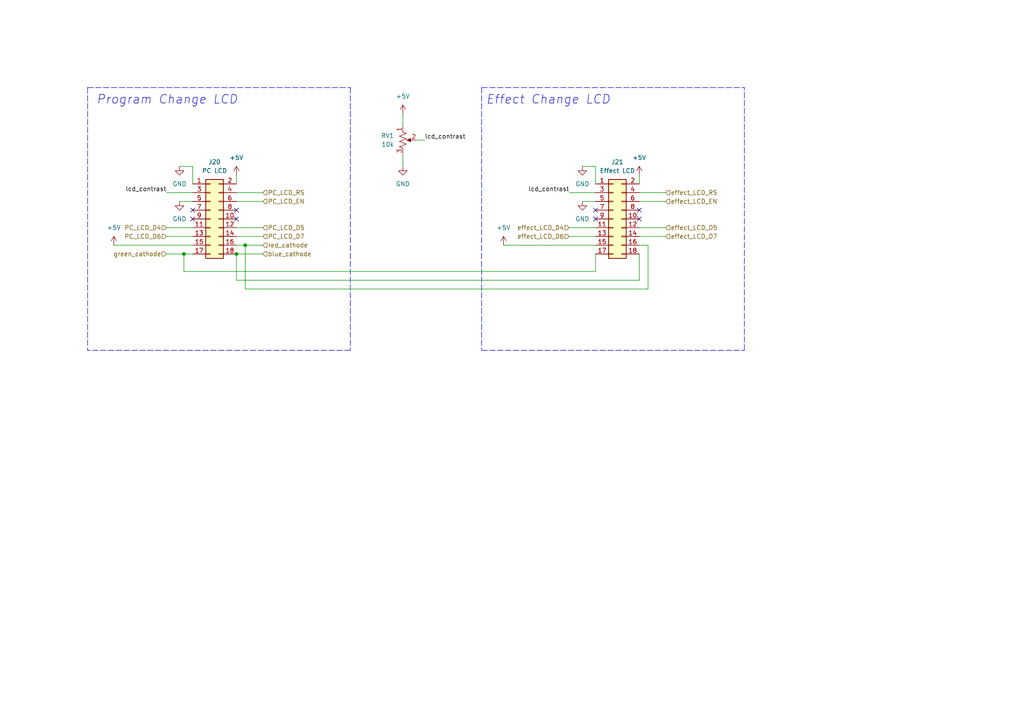
<source format=kicad_sch>
(kicad_sch (version 20211123) (generator eeschema)
  (paper "A4")
  (lib_symbols
    (symbol "Connector_Generic:Conn_02x09_Odd_Even" (pin_names (offset 1.016) hide)
      (property "Reference" "J" (at 1.27 12.7 0))
      (property "Value" "Conn_02x09_Odd_Even" (at 1.27 -12.7 0))
      (symbol "Conn_02x09_Odd_Even_1_1"
        (rectangle (start -1.27 -10.033) (end 0 -10.287) (stroke (width 0.1524)))
        (rectangle (start -1.27 -7.493) (end 0 -7.747) (stroke (width 0.1524)))
        (rectangle (start -1.27 -4.953) (end 0 -5.207) (stroke (width 0.1524)))
        (rectangle (start -1.27 -2.413) (end 0 -2.667) (stroke (width 0.1524)))
        (rectangle (start -1.27 0.127) (end 0 -0.127) (stroke (width 0.1524)))
        (rectangle (start -1.27 2.667) (end 0 2.413) (stroke (width 0.1524)))
        (rectangle (start -1.27 5.207) (end 0 4.953) (stroke (width 0.1524)))
        (rectangle (start -1.27 7.747) (end 0 7.493) (stroke (width 0.1524)))
        (rectangle (start -1.27 10.287) (end 0 10.033) (stroke (width 0.1524)))
        (rectangle (start -1.27 11.43) (end 3.81 -11.43) (stroke (width 0.254)) (fill (type background)))
        (rectangle (start 3.81 -10.033) (end 2.54 -10.287) (stroke (width 0.1524)))
        (rectangle (start 3.81 -7.493) (end 2.54 -7.747) (stroke (width 0.1524)))
        (rectangle (start 3.81 -4.953) (end 2.54 -5.207) (stroke (width 0.1524)))
        (rectangle (start 3.81 -2.413) (end 2.54 -2.667) (stroke (width 0.1524)))
        (rectangle (start 3.81 0.127) (end 2.54 -0.127) (stroke (width 0.1524)))
        (rectangle (start 3.81 2.667) (end 2.54 2.413) (stroke (width 0.1524)))
        (rectangle (start 3.81 5.207) (end 2.54 4.953) (stroke (width 0.1524)))
        (rectangle (start 3.81 7.747) (end 2.54 7.493) (stroke (width 0.1524)))
        (rectangle (start 3.81 10.287) (end 2.54 10.033) (stroke (width 0.1524)))
        (pin passive line (at -5.08 10.16 0) (length 3.81) (name "Pin_1") (number "1"))
        (pin passive line (at 7.62 0 180) (length 3.81) (name "Pin_10") (number "10"))
        (pin passive line (at -5.08 -2.54 0) (length 3.81) (name "Pin_11") (number "11"))
        (pin passive line (at 7.62 -2.54 180) (length 3.81) (name "Pin_12") (number "12"))
        (pin passive line (at -5.08 -5.08 0) (length 3.81) (name "Pin_13") (number "13"))
        (pin passive line (at 7.62 -5.08 180) (length 3.81) (name "Pin_14") (number "14"))
        (pin passive line (at -5.08 -7.62 0) (length 3.81) (name "Pin_15") (number "15"))
        (pin passive line (at 7.62 -7.62 180) (length 3.81) (name "Pin_16") (number "16"))
        (pin passive line (at -5.08 -10.16 0) (length 3.81) (name "Pin_17") (number "17"))
        (pin passive line (at 7.62 -10.16 180) (length 3.81) (name "Pin_18") (number "18"))
        (pin passive line (at 7.62 10.16 180) (length 3.81) (name "Pin_2") (number "2"))
        (pin passive line (at -5.08 7.62 0) (length 3.81) (name "Pin_3") (number "3"))
        (pin passive line (at 7.62 7.62 180) (length 3.81) (name "Pin_4") (number "4"))
        (pin passive line (at -5.08 5.08 0) (length 3.81) (name "Pin_5") (number "5"))
        (pin passive line (at 7.62 5.08 180) (length 3.81) (name "Pin_6") (number "6"))
        (pin passive line (at -5.08 2.54 0) (length 3.81) (name "Pin_7") (number "7"))
        (pin passive line (at 7.62 2.54 180) (length 3.81) (name "Pin_8") (number "8"))
        (pin passive line (at -5.08 0 0) (length 3.81) (name "Pin_9") (number "9"))
      )
    )
    (symbol "Device:R_Potentiometer_US" (pin_names (offset 1.016) hide)
      (property "Reference" "RV" (at -4.445 0 90))
      (property "Value" "R_Potentiometer_US" (at -2.54 0 90))
      (symbol "R_Potentiometer_US_0_1"
        (polyline (pts (xy 0 -2.286) (xy 0 -2.54)))
        (polyline (pts (xy 0 2.54) (xy 0 2.286)))
        (polyline (pts (xy 2.54 0) (xy 1.524 0)))
        (polyline (pts (xy 1.143 0) (xy 2.286 0.508) (xy 2.286 -0.508) (xy 1.143 0)) (fill (type outline)))
        (polyline (pts (xy 0 -0.762) (xy 1.016 -1.143) (xy 0 -1.524) (xy -1.016 -1.905) (xy 0 -2.286)))
        (polyline (pts (xy 0 0.762) (xy 1.016 0.381) (xy 0 0) (xy -1.016 -0.381) (xy 0 -0.762)))
        (polyline (pts (xy 0 2.286) (xy 1.016 1.905) (xy 0 1.524) (xy -1.016 1.143) (xy 0 0.762)))
      )
      (symbol "R_Potentiometer_US_1_1"
        (pin passive line (at 0 3.81 270) (length 1.27) (name "1") (number "1"))
        (pin passive line (at 3.81 0 180) (length 1.27) (name "2") (number "2"))
        (pin passive line (at 0 -3.81 90) (length 1.27) (name "3") (number "3"))
      )
    )
    (symbol "power:+5V" (power) (pin_names (offset 0))
      (property "Value" "+5V" (at 0 3.556 0))
      (symbol "+5V_0_1"
        (polyline (pts (xy -0.762 1.27) (xy 0 2.54)))
        (polyline (pts (xy 0 0) (xy 0 2.54)))
        (polyline (pts (xy 0 2.54) (xy 0.762 1.27)))
      )
      (symbol "+5V_1_1"
        (pin power_in line (at 0 0 90) (length 0) hide (name "+5V") (number "1"))
      )
    )
    (symbol "power:GND" (power) (pin_names (offset 0))
      (property "Value" "GND" (at 0 -3.81 0))
      (symbol "GND_0_1"
        (polyline (pts (xy 0 0) (xy 0 -1.27) (xy 1.27 -1.27) (xy 0 -2.54) (xy -1.27 -1.27) (xy 0 -1.27)))
      )
      (symbol "GND_1_1"
        (pin power_in line (at 0 0 270) (length 0) hide (name "GND") (number "1"))
      )
    )
  )
  (junction (at 71.12 71.12))
  (junction (at 53.34 73.66))
  (junction (at 68.58 73.66))
  (no_connect (at 185.42 63.5))
  (no_connect (at 172.72 63.5))
  (no_connect (at 185.42 60.96))
  (no_connect (at 172.72 60.96))
  (no_connect (at 55.88 63.5))
  (no_connect (at 55.88 60.96))
  (no_connect (at 68.58 63.5))
  (no_connect (at 68.58 60.96))
  (wire (pts (xy 68.58 73.66) (xy 76.2 73.66)))
  (wire (pts (xy 172.72 73.66) (xy 172.72 78.74)))
  (wire (pts (xy 52.07 58.42) (xy 55.88 58.42)))
  (wire (pts (xy 48.26 73.66) (xy 53.34 73.66)))
  (wire (pts (xy 185.42 73.66) (xy 185.42 81.28)))
  (wire (pts (xy 55.88 53.34) (xy 55.88 48.26)))
  (wire (pts (xy 185.42 81.28) (xy 68.58 81.28)))
  (wire (pts (xy 185.42 66.04) (xy 193.04 66.04)))
  (wire (pts (xy 187.96 71.12) (xy 187.96 83.82)))
  (wire (pts (xy 33.02 71.12) (xy 55.88 71.12)))
  (wire (pts (xy 116.84 33.02) (xy 116.84 36.83)))
  (wire (pts (xy 53.34 78.74) (xy 53.34 73.66)))
  (wire (pts (xy 71.12 83.82) (xy 71.12 71.12)))
  (wire (pts (xy 172.72 53.34) (xy 172.72 48.26)))
  (wire (pts (xy 71.12 71.12) (xy 76.2 71.12)))
  (polyline (pts (xy 139.7 101.6) (xy 215.9 101.6)))
  (wire (pts (xy 168.91 58.42) (xy 172.72 58.42)))
  (wire (pts (xy 68.58 71.12) (xy 71.12 71.12)))
  (wire (pts (xy 165.1 68.58) (xy 172.72 68.58)))
  (wire (pts (xy 53.34 73.66) (xy 55.88 73.66)))
  (wire (pts (xy 68.58 58.42) (xy 76.2 58.42)))
  (wire (pts (xy 185.42 68.58) (xy 193.04 68.58)))
  (wire (pts (xy 48.26 55.88) (xy 55.88 55.88)))
  (wire (pts (xy 185.42 50.8) (xy 185.42 53.34)))
  (wire (pts (xy 48.26 68.58) (xy 55.88 68.58)))
  (wire (pts (xy 68.58 55.88) (xy 76.2 55.88)))
  (polyline (pts (xy 215.9 101.6) (xy 215.9 25.4)))
  (wire (pts (xy 55.88 48.26) (xy 52.07 48.26)))
  (wire (pts (xy 120.65 40.64) (xy 123.19 40.64)))
  (wire (pts (xy 68.58 81.28) (xy 68.58 73.66)))
  (polyline (pts (xy 25.4 25.4) (xy 101.6 25.4)))
  (wire (pts (xy 68.58 66.04) (xy 76.2 66.04)))
  (polyline (pts (xy 25.4 25.4) (xy 25.4 101.6)))
  (wire (pts (xy 187.96 83.82) (xy 71.12 83.82)))
  (wire (pts (xy 68.58 68.58) (xy 76.2 68.58)))
  (wire (pts (xy 146.05 71.12) (xy 172.72 71.12)))
  (wire (pts (xy 165.1 55.88) (xy 172.72 55.88)))
  (wire (pts (xy 185.42 71.12) (xy 187.96 71.12)))
  (polyline (pts (xy 101.6 25.4) (xy 101.6 101.6)))
  (wire (pts (xy 172.72 48.26) (xy 168.91 48.26)))
  (wire (pts (xy 185.42 55.88) (xy 193.04 55.88)))
  (wire (pts (xy 165.1 66.04) (xy 172.72 66.04)))
  (wire (pts (xy 185.42 58.42) (xy 193.04 58.42)))
  (polyline (pts (xy 101.6 101.6) (xy 25.4 101.6)))
  (wire (pts (xy 48.26 66.04) (xy 55.88 66.04)))
  (wire (pts (xy 68.58 50.8) (xy 68.58 53.34)))
  (wire (pts (xy 116.84 44.45) (xy 116.84 48.26)))
  (wire (pts (xy 172.72 78.74) (xy 53.34 78.74)))
  (polyline (pts (xy 139.7 25.4) (xy 139.7 101.6)))
  (polyline (pts (xy 139.7 25.4) (xy 215.9 25.4)))
  (text "Program Change LCD" (at 27.94 30.48 0) (effects (font (size 2.54 2.54) italic) (justify left bottom)))
  (text "Effect Change LCD" (at 140.97 30.48 0) (effects (font (size 2.54 2.54) italic) (justify left bottom)))
  (label "lcd_contrast" (at 48.26 55.88 180))
  (label "lcd_contrast" (at 123.19 40.64 0))
  (label "lcd_contrast" (at 165.1 55.88 180))
  (hierarchical_label "PC_LCD_EN" (shape input) (at 76.2 58.42 0))
  (hierarchical_label "PC_LCD_RS" (shape input) (at 76.2 55.88 0))
  (hierarchical_label "effect_LCD_RS" (shape input) (at 193.04 55.88 0))
  (hierarchical_label "effect_LCD_D7" (shape input) (at 193.04 68.58 0))
  (hierarchical_label "PC_LCD_D6" (shape input) (at 48.26 68.58 180))
  (hierarchical_label "blue_cathode" (shape input) (at 76.2 73.66 0))
  (hierarchical_label "PC_LCD_D4" (shape input) (at 48.26 66.04 180))
  (hierarchical_label "effect_LCD_EN" (shape input) (at 193.04 58.42 0))
  (hierarchical_label "PC_LCD_D7" (shape input) (at 76.2 68.58 0))
  (hierarchical_label "effect_LCD_D4" (shape input) (at 165.1 66.04 180))
  (hierarchical_label "green_cathode" (shape input) (at 48.26 73.66 180))
  (hierarchical_label "effect_LCD_D5" (shape input) (at 193.04 66.04 0))
  (hierarchical_label "red_cathode" (shape input) (at 76.2 71.12 0))
  (hierarchical_label "PC_LCD_D5" (shape input) (at 76.2 66.04 0))
  (hierarchical_label "effect_LCD_D6" (shape input) (at 165.1 68.58 180))
  (symbol (lib_id "power:GND") (at 168.91 48.26 0) (unit 1)
    (property "Reference" "#PWR018" (effects hide))
    (property "Value" "GND" (at 168.91 53.34 0))
  )
  (symbol (lib_id "power:+5V") (at 146.05 71.12 0) (unit 1)
    (property "Reference" "#PWR017" (effects hide))
    (property "Value" "+5V" (at 146.05 66.04 0))
  )
  (symbol (lib_id "power:GND") (at 52.07 48.26 0) (unit 1)
    (property "Reference" "#PWR012" (effects hide))
    (property "Value" "GND" (at 52.07 53.34 0))
  )
  (symbol (lib_id "Device:R_Potentiometer_US") (at 116.84 40.64 0) (unit 1)
    (property "Reference" "RV1" (at 114.3 39.3699 0) (effects (justify right)))
    (property "Value" "10k" (at 114.3 41.9099 0) (effects (justify right)))
    (property "Footprint" "Potentiometer_THT:Potentiometer_Bourns_PTV09A-1_Single_Vertical" (effects hide))
  )
  (symbol (lib_id "power:+5V") (at 68.58 50.8 0) (unit 1)
    (property "Reference" "#PWR014" (effects hide))
    (property "Value" "+5V" (at 68.58 45.72 0))
  )
  (symbol (lib_id "Connector_Generic:Conn_02x09_Odd_Even") (at 177.8 63.5 0) (unit 1)
    (property "Reference" "J21" (at 179.07 46.99 0))
    (property "Value" "Effect LCD" (at 179.07 49.53 0))
    (property "Footprint" "Molex-0901301118:Molex-901301118" (effects hide))
  )
  (symbol (lib_id "power:GND") (at 168.91 58.42 0) (unit 1)
    (property "Reference" "#PWR019" (effects hide))
    (property "Value" "GND" (at 168.91 63.5 0))
  )
  (symbol (lib_id "power:+5V") (at 185.42 50.8 0) (unit 1)
    (property "Reference" "#PWR020" (effects hide))
    (property "Value" "+5V" (at 185.42 45.72 0))
  )
  (symbol (lib_id "power:GND") (at 52.07 58.42 0) (unit 1)
    (property "Reference" "#PWR013" (effects hide))
    (property "Value" "GND" (at 52.07 63.5 0))
  )
  (symbol (lib_id "power:+5V") (at 116.84 33.02 0) (unit 1)
    (property "Reference" "#PWR015" (effects hide))
    (property "Value" "+5V" (at 116.84 27.94 0))
  )
  (symbol (lib_id "power:GND") (at 116.84 48.26 0) (unit 1)
    (property "Reference" "#PWR016" (effects hide))
    (property "Value" "GND" (at 116.84 53.34 0))
  )
  (symbol (lib_id "power:+5V") (at 33.02 71.12 0) (unit 1)
    (property "Reference" "#PWR011" (effects hide))
    (property "Value" "+5V" (at 33.02 66.04 0))
  )
  (symbol (lib_id "Connector_Generic:Conn_02x09_Odd_Even") (at 60.96 63.5 0) (unit 1)
    (property "Reference" "J20" (at 62.23 46.99 0))
    (property "Value" "PC LCD" (at 62.23 49.53 0))
    (property "Footprint" "Molex-0901301118:Molex-901301118" (effects hide))
  )
)
</source>
